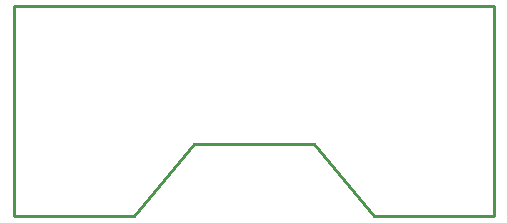
<source format=gko>
G04 Layer: BoardOutlineLayer*
G04 EasyEDA v6.5.29, 2023-07-18 11:26:45*
G04 33fdc5552a5a4075a23771e626d16e97,5a6b42c53f6a479593ecc07194224c93,10*
G04 Gerber Generator version 0.2*
G04 Scale: 100 percent, Rotated: No, Reflected: No *
G04 Dimensions in millimeters *
G04 leading zeros omitted , absolute positions ,4 integer and 5 decimal *
%FSLAX45Y45*%
%MOMM*%

%ADD10C,0.2540*%
D10*
X0Y11938000D02*
G01*
X4064000Y11938000D01*
X4064000Y10160000D01*
X3048000Y10160000D01*
X2540000Y10769600D01*
X1524000Y10769600D01*
X1016000Y10160000D01*
X0Y10160000D01*
X0Y11938000D01*

%LPD*%
M02*

</source>
